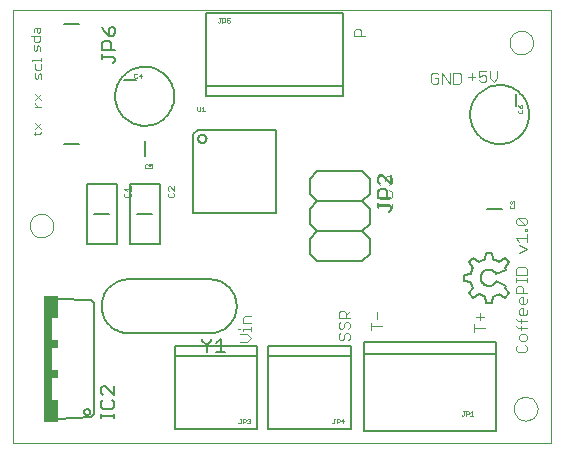
<source format=gto>
G75*
G70*
%OFA0B0*%
%FSLAX24Y24*%
%IPPOS*%
%LPD*%
%AMOC8*
5,1,8,0,0,1.08239X$1,22.5*
%
%ADD10C,0.0000*%
%ADD11C,0.0030*%
%ADD12C,0.0060*%
%ADD13C,0.0010*%
%ADD14C,0.0080*%
%ADD15C,0.0020*%
%ADD16C,0.0040*%
%ADD17C,0.0050*%
%ADD18R,0.0300X0.4200*%
%ADD19R,0.0200X0.0750*%
%ADD20R,0.0200X0.0300*%
D10*
X000235Y000146D02*
X000235Y014580D01*
X018168Y014580D01*
X018168Y000146D01*
X000235Y000146D01*
X000776Y007396D02*
X000778Y007435D01*
X000784Y007474D01*
X000794Y007512D01*
X000807Y007549D01*
X000824Y007584D01*
X000844Y007618D01*
X000868Y007649D01*
X000895Y007678D01*
X000924Y007704D01*
X000956Y007727D01*
X000990Y007747D01*
X001026Y007763D01*
X001063Y007775D01*
X001102Y007784D01*
X001141Y007789D01*
X001180Y007790D01*
X001219Y007787D01*
X001258Y007780D01*
X001295Y007769D01*
X001332Y007755D01*
X001367Y007737D01*
X001400Y007716D01*
X001431Y007691D01*
X001459Y007664D01*
X001484Y007634D01*
X001506Y007601D01*
X001525Y007567D01*
X001540Y007531D01*
X001552Y007493D01*
X001560Y007455D01*
X001564Y007416D01*
X001564Y007376D01*
X001560Y007337D01*
X001552Y007299D01*
X001540Y007261D01*
X001525Y007225D01*
X001506Y007191D01*
X001484Y007158D01*
X001459Y007128D01*
X001431Y007101D01*
X001400Y007076D01*
X001367Y007055D01*
X001332Y007037D01*
X001295Y007023D01*
X001258Y007012D01*
X001219Y007005D01*
X001180Y007002D01*
X001141Y007003D01*
X001102Y007008D01*
X001063Y007017D01*
X001026Y007029D01*
X000990Y007045D01*
X000956Y007065D01*
X000924Y007088D01*
X000895Y007114D01*
X000868Y007143D01*
X000844Y007174D01*
X000824Y007208D01*
X000807Y007243D01*
X000794Y007280D01*
X000784Y007318D01*
X000778Y007357D01*
X000776Y007396D01*
X016770Y013498D02*
X016772Y013537D01*
X016778Y013576D01*
X016788Y013614D01*
X016801Y013651D01*
X016818Y013686D01*
X016838Y013720D01*
X016862Y013751D01*
X016889Y013780D01*
X016918Y013806D01*
X016950Y013829D01*
X016984Y013849D01*
X017020Y013865D01*
X017057Y013877D01*
X017096Y013886D01*
X017135Y013891D01*
X017174Y013892D01*
X017213Y013889D01*
X017252Y013882D01*
X017289Y013871D01*
X017326Y013857D01*
X017361Y013839D01*
X017394Y013818D01*
X017425Y013793D01*
X017453Y013766D01*
X017478Y013736D01*
X017500Y013703D01*
X017519Y013669D01*
X017534Y013633D01*
X017546Y013595D01*
X017554Y013557D01*
X017558Y013518D01*
X017558Y013478D01*
X017554Y013439D01*
X017546Y013401D01*
X017534Y013363D01*
X017519Y013327D01*
X017500Y013293D01*
X017478Y013260D01*
X017453Y013230D01*
X017425Y013203D01*
X017394Y013178D01*
X017361Y013157D01*
X017326Y013139D01*
X017289Y013125D01*
X017252Y013114D01*
X017213Y013107D01*
X017174Y013104D01*
X017135Y013105D01*
X017096Y013110D01*
X017057Y013119D01*
X017020Y013131D01*
X016984Y013147D01*
X016950Y013167D01*
X016918Y013190D01*
X016889Y013216D01*
X016862Y013245D01*
X016838Y013276D01*
X016818Y013310D01*
X016801Y013345D01*
X016788Y013382D01*
X016778Y013420D01*
X016772Y013459D01*
X016770Y013498D01*
X016917Y001294D02*
X016919Y001333D01*
X016925Y001372D01*
X016935Y001410D01*
X016948Y001447D01*
X016965Y001482D01*
X016985Y001516D01*
X017009Y001547D01*
X017036Y001576D01*
X017065Y001602D01*
X017097Y001625D01*
X017131Y001645D01*
X017167Y001661D01*
X017204Y001673D01*
X017243Y001682D01*
X017282Y001687D01*
X017321Y001688D01*
X017360Y001685D01*
X017399Y001678D01*
X017436Y001667D01*
X017473Y001653D01*
X017508Y001635D01*
X017541Y001614D01*
X017572Y001589D01*
X017600Y001562D01*
X017625Y001532D01*
X017647Y001499D01*
X017666Y001465D01*
X017681Y001429D01*
X017693Y001391D01*
X017701Y001353D01*
X017705Y001314D01*
X017705Y001274D01*
X017701Y001235D01*
X017693Y001197D01*
X017681Y001159D01*
X017666Y001123D01*
X017647Y001089D01*
X017625Y001056D01*
X017600Y001026D01*
X017572Y000999D01*
X017541Y000974D01*
X017508Y000953D01*
X017473Y000935D01*
X017436Y000921D01*
X017399Y000910D01*
X017360Y000903D01*
X017321Y000900D01*
X017282Y000901D01*
X017243Y000906D01*
X017204Y000915D01*
X017167Y000927D01*
X017131Y000943D01*
X017097Y000963D01*
X017065Y000986D01*
X017036Y001012D01*
X017009Y001041D01*
X016985Y001072D01*
X016965Y001106D01*
X016948Y001141D01*
X016935Y001178D01*
X016925Y001216D01*
X016919Y001255D01*
X016917Y001294D01*
D11*
X017037Y003179D02*
X017284Y003179D01*
X017345Y003240D01*
X017345Y003364D01*
X017284Y003426D01*
X017284Y003547D02*
X017160Y003547D01*
X017099Y003609D01*
X017099Y003732D01*
X017160Y003794D01*
X017284Y003794D01*
X017345Y003732D01*
X017345Y003609D01*
X017284Y003547D01*
X017037Y003426D02*
X016975Y003364D01*
X016975Y003240D01*
X017037Y003179D01*
X017160Y003915D02*
X017160Y004039D01*
X017160Y004161D02*
X017160Y004284D01*
X017160Y004406D02*
X017099Y004468D01*
X017099Y004592D01*
X017160Y004653D01*
X017222Y004653D01*
X017222Y004406D01*
X017284Y004406D02*
X017160Y004406D01*
X017284Y004406D02*
X017345Y004468D01*
X017345Y004592D01*
X017284Y004775D02*
X017160Y004775D01*
X017099Y004836D01*
X017099Y004960D01*
X017160Y005022D01*
X017222Y005022D01*
X017222Y004775D01*
X017284Y004775D02*
X017345Y004836D01*
X017345Y004960D01*
X017345Y005143D02*
X016975Y005143D01*
X016975Y005328D01*
X017037Y005390D01*
X017160Y005390D01*
X017222Y005328D01*
X017222Y005143D01*
X017345Y005511D02*
X017345Y005635D01*
X017345Y005573D02*
X016975Y005573D01*
X016975Y005511D02*
X016975Y005635D01*
X016975Y005757D02*
X016975Y005942D01*
X017037Y006004D01*
X017284Y006004D01*
X017345Y005942D01*
X017345Y005757D01*
X016975Y005757D01*
X017099Y006493D02*
X017345Y006617D01*
X017099Y006740D01*
X017099Y006862D02*
X016975Y006985D01*
X017345Y006985D01*
X017345Y006862D02*
X017345Y007109D01*
X017345Y007230D02*
X017345Y007292D01*
X017284Y007292D01*
X017284Y007230D01*
X017345Y007230D01*
X017284Y007414D02*
X017037Y007414D01*
X016975Y007476D01*
X016975Y007599D01*
X017037Y007661D01*
X017284Y007414D01*
X017345Y007476D01*
X017345Y007599D01*
X017284Y007661D01*
X017037Y007661D01*
X015782Y004483D02*
X015782Y004236D01*
X015659Y004359D02*
X015906Y004359D01*
X015968Y003991D02*
X015597Y003991D01*
X015597Y003868D02*
X015597Y004114D01*
X016975Y004039D02*
X017037Y003977D01*
X017345Y003977D01*
X017345Y004223D02*
X017037Y004223D01*
X016975Y004284D01*
X012523Y004040D02*
X012152Y004040D01*
X012152Y003917D02*
X012152Y004164D01*
X012337Y004285D02*
X012337Y004532D01*
X011440Y004556D02*
X011317Y004432D01*
X011317Y004494D02*
X011317Y004309D01*
X011317Y004188D02*
X011378Y004188D01*
X011440Y004126D01*
X011440Y004002D01*
X011378Y003941D01*
X011378Y003819D02*
X011317Y003819D01*
X011255Y003757D01*
X011255Y003634D01*
X011193Y003572D01*
X011131Y003572D01*
X011070Y003634D01*
X011070Y003757D01*
X011131Y003819D01*
X011131Y003941D02*
X011193Y003941D01*
X011255Y004002D01*
X011255Y004126D01*
X011317Y004188D01*
X011440Y004309D02*
X011070Y004309D01*
X011070Y004494D01*
X011131Y004556D01*
X011255Y004556D01*
X011317Y004494D01*
X011131Y004188D02*
X011070Y004126D01*
X011070Y004002D01*
X011131Y003941D01*
X011378Y003819D02*
X011440Y003757D01*
X011440Y003634D01*
X011378Y003572D01*
X008143Y003647D02*
X008019Y003770D01*
X007772Y003770D01*
X007896Y003891D02*
X007896Y003953D01*
X008143Y003953D01*
X008143Y003891D02*
X008143Y004015D01*
X008143Y004137D02*
X007896Y004137D01*
X007896Y004322D01*
X007958Y004384D01*
X008143Y004384D01*
X007772Y003953D02*
X007711Y003953D01*
X008019Y003523D02*
X008143Y003647D01*
X008019Y003523D02*
X007772Y003523D01*
X001106Y010461D02*
X000913Y010461D01*
X000961Y010413D02*
X000961Y010510D01*
X000961Y010609D02*
X001155Y010803D01*
X001155Y010609D02*
X000961Y010803D01*
X001155Y010510D02*
X001106Y010461D01*
X001058Y011348D02*
X000961Y011445D01*
X000961Y011493D01*
X000961Y011593D02*
X001155Y011787D01*
X001155Y011593D02*
X000961Y011787D01*
X000961Y011348D02*
X001155Y011348D01*
X001155Y012283D02*
X001155Y012428D01*
X001106Y012476D01*
X001058Y012428D01*
X001058Y012331D01*
X001009Y012283D01*
X000961Y012331D01*
X000961Y012476D01*
X001009Y012578D02*
X001106Y012578D01*
X001155Y012626D01*
X001155Y012771D01*
X001155Y012872D02*
X001155Y012969D01*
X001155Y012921D02*
X000864Y012921D01*
X000864Y012872D01*
X000961Y012771D02*
X000961Y012626D01*
X001009Y012578D01*
X000960Y013218D02*
X000912Y013266D01*
X000912Y013412D01*
X001009Y013363D02*
X001009Y013266D01*
X000960Y013218D01*
X001105Y013218D02*
X001105Y013363D01*
X001057Y013412D01*
X001009Y013363D01*
X001057Y013513D02*
X000960Y013513D01*
X000912Y013561D01*
X000912Y013706D01*
X000815Y013706D02*
X001105Y013706D01*
X001105Y013561D01*
X001057Y013513D01*
X001057Y013807D02*
X001009Y013856D01*
X001009Y014001D01*
X000960Y014001D02*
X001105Y014001D01*
X001105Y013856D01*
X001057Y013807D01*
X000912Y013856D02*
X000912Y013952D01*
X000960Y014001D01*
X011587Y013895D02*
X011587Y013710D01*
X011957Y013710D01*
X011834Y013710D02*
X011834Y013895D01*
X011772Y013957D01*
X011649Y013957D01*
X011587Y013895D01*
X014154Y012438D02*
X014154Y012191D01*
X014216Y012129D01*
X014340Y012129D01*
X014401Y012191D01*
X014401Y012314D01*
X014278Y012314D01*
X014401Y012438D02*
X014340Y012499D01*
X014216Y012499D01*
X014154Y012438D01*
X014523Y012499D02*
X014523Y012129D01*
X014770Y012129D02*
X014770Y012499D01*
X014891Y012499D02*
X015076Y012499D01*
X015138Y012438D01*
X015138Y012191D01*
X015076Y012129D01*
X014891Y012129D01*
X014891Y012499D01*
X014523Y012499D02*
X014770Y012129D01*
X015385Y012363D02*
X015632Y012363D01*
X015753Y012363D02*
X015876Y012425D01*
X015938Y012425D01*
X016000Y012363D01*
X016000Y012240D01*
X015938Y012178D01*
X015815Y012178D01*
X015753Y012240D01*
X015753Y012363D02*
X015753Y012549D01*
X016000Y012549D01*
X016121Y012549D02*
X016121Y012302D01*
X016245Y012178D01*
X016368Y012302D01*
X016368Y012549D01*
X015508Y012487D02*
X015508Y012240D01*
D12*
X012110Y008959D02*
X011860Y009209D01*
X010360Y009209D01*
X010110Y008959D01*
X010110Y008459D01*
X010360Y008209D01*
X011860Y008209D01*
X012110Y007959D01*
X012110Y007459D01*
X011860Y007209D01*
X012110Y006959D01*
X012110Y006459D01*
X011860Y006209D01*
X010360Y006209D01*
X010110Y006459D01*
X010110Y006959D01*
X010360Y007209D01*
X011860Y007209D01*
X011860Y008209D02*
X012110Y008459D01*
X012110Y008959D01*
X010360Y008209D02*
X010110Y007959D01*
X010110Y007459D01*
X010360Y007209D01*
X008990Y007829D02*
X006231Y007829D01*
X006231Y010449D01*
X006370Y010589D01*
X008990Y010589D01*
X008990Y007829D01*
X006389Y010289D02*
X006391Y010312D01*
X006397Y010335D01*
X006406Y010356D01*
X006419Y010376D01*
X006435Y010393D01*
X006453Y010407D01*
X006473Y010418D01*
X006495Y010426D01*
X006518Y010430D01*
X006542Y010430D01*
X006565Y010426D01*
X006587Y010418D01*
X006607Y010407D01*
X006625Y010393D01*
X006641Y010376D01*
X006654Y010356D01*
X006663Y010335D01*
X006669Y010312D01*
X006671Y010289D01*
X006669Y010266D01*
X006663Y010243D01*
X006654Y010222D01*
X006641Y010202D01*
X006625Y010185D01*
X006607Y010171D01*
X006587Y010160D01*
X006565Y010152D01*
X006542Y010148D01*
X006518Y010148D01*
X006495Y010152D01*
X006473Y010160D01*
X006453Y010171D01*
X006435Y010185D01*
X006419Y010202D01*
X006406Y010222D01*
X006397Y010243D01*
X006391Y010266D01*
X006389Y010289D01*
X015245Y005751D02*
X015245Y005561D01*
X015485Y005511D01*
X015555Y005331D02*
X015425Y005141D01*
X015565Y005001D01*
X015755Y005131D01*
X015945Y005051D02*
X015985Y004821D01*
X016185Y004821D01*
X016225Y005041D01*
X016425Y005121D02*
X016605Y005001D01*
X016745Y005141D01*
X016625Y005321D01*
X016665Y005391D01*
X016325Y005541D01*
X016325Y005781D02*
X016665Y005921D01*
X016625Y006001D01*
X016745Y006181D01*
X016605Y006321D01*
X016425Y006191D01*
X016225Y006271D02*
X016185Y006491D01*
X015985Y006491D01*
X015945Y006271D01*
X015755Y006181D02*
X015565Y006321D01*
X015425Y006181D01*
X015555Y005981D01*
X015485Y005801D02*
X015245Y005751D01*
X016325Y005781D02*
X016309Y005809D01*
X016290Y005836D01*
X016268Y005859D01*
X016243Y005880D01*
X016215Y005898D01*
X016186Y005913D01*
X016155Y005923D01*
X016124Y005931D01*
X016091Y005934D01*
X016059Y005933D01*
X016026Y005929D01*
X015995Y005920D01*
X015965Y005908D01*
X015936Y005893D01*
X015909Y005874D01*
X015885Y005852D01*
X015864Y005828D01*
X015845Y005801D01*
X015830Y005772D01*
X015819Y005741D01*
X015811Y005710D01*
X015807Y005677D01*
X015807Y005645D01*
X015811Y005612D01*
X015819Y005581D01*
X015830Y005550D01*
X015845Y005521D01*
X015864Y005494D01*
X015885Y005470D01*
X015909Y005448D01*
X015936Y005429D01*
X015965Y005414D01*
X015995Y005402D01*
X016026Y005393D01*
X016059Y005389D01*
X016091Y005388D01*
X016124Y005391D01*
X016155Y005399D01*
X016186Y005409D01*
X016215Y005424D01*
X016243Y005442D01*
X016268Y005463D01*
X016290Y005486D01*
X016309Y005513D01*
X016325Y005541D01*
X015559Y005333D02*
X015536Y005375D01*
X015517Y005418D01*
X015500Y005463D01*
X015488Y005509D01*
X016241Y005043D02*
X016288Y005058D01*
X016334Y005076D01*
X016378Y005098D01*
X016420Y005123D01*
X015943Y005049D02*
X015903Y005060D01*
X015864Y005074D01*
X015827Y005090D01*
X015790Y005109D01*
X015755Y005130D01*
X016224Y006270D02*
X016266Y006260D01*
X016307Y006247D01*
X016347Y006231D01*
X016386Y006212D01*
X016423Y006190D01*
X015944Y006273D02*
X015904Y006261D01*
X015865Y006246D01*
X015827Y006228D01*
X015791Y006208D01*
X015756Y006186D01*
X015555Y005980D02*
X015532Y005937D01*
X015512Y005893D01*
X015496Y005847D01*
X015484Y005801D01*
D13*
X016811Y007969D02*
X016911Y007969D01*
X016936Y007994D01*
X016936Y008044D01*
X016911Y008069D01*
X016911Y008117D02*
X016936Y008142D01*
X016936Y008192D01*
X016911Y008217D01*
X016886Y008217D01*
X016861Y008192D01*
X016861Y008167D01*
X016861Y008192D02*
X016836Y008217D01*
X016811Y008217D01*
X016786Y008192D01*
X016786Y008142D01*
X016811Y008117D01*
X016811Y008069D02*
X016786Y008044D01*
X016786Y007994D01*
X016811Y007969D01*
X017073Y011159D02*
X017048Y011184D01*
X017048Y011234D01*
X017073Y011259D01*
X017123Y011306D02*
X017123Y011381D01*
X017148Y011406D01*
X017173Y011406D01*
X017198Y011381D01*
X017198Y011331D01*
X017173Y011306D01*
X017123Y011306D01*
X017073Y011356D01*
X017048Y011406D01*
X017173Y011259D02*
X017198Y011234D01*
X017198Y011184D01*
X017173Y011159D01*
X017073Y011159D01*
X007448Y014176D02*
X007423Y014151D01*
X007373Y014151D01*
X007348Y014176D01*
X007348Y014226D02*
X007398Y014251D01*
X007423Y014251D01*
X007448Y014226D01*
X007448Y014176D01*
X007348Y014226D02*
X007348Y014302D01*
X007448Y014302D01*
X007300Y014277D02*
X007300Y014226D01*
X007275Y014201D01*
X007200Y014201D01*
X007200Y014151D02*
X007200Y014302D01*
X007275Y014302D01*
X007300Y014277D01*
X007153Y014302D02*
X007103Y014302D01*
X007128Y014302D02*
X007128Y014176D01*
X007103Y014151D01*
X007078Y014151D01*
X007053Y014176D01*
X004488Y012464D02*
X004413Y012389D01*
X004513Y012389D01*
X004488Y012314D02*
X004488Y012464D01*
X004366Y012439D02*
X004341Y012464D01*
X004291Y012464D01*
X004265Y012439D01*
X004265Y012339D01*
X004291Y012314D01*
X004341Y012314D01*
X004366Y012339D01*
X006365Y011364D02*
X006365Y011239D01*
X006391Y011214D01*
X006441Y011214D01*
X006466Y011239D01*
X006466Y011364D01*
X006513Y011314D02*
X006563Y011364D01*
X006563Y011214D01*
X006513Y011214D02*
X006613Y011214D01*
X004868Y009454D02*
X004768Y009454D01*
X004768Y009379D01*
X004818Y009404D01*
X004843Y009404D01*
X004868Y009379D01*
X004868Y009329D01*
X004843Y009304D01*
X004793Y009304D01*
X004768Y009329D01*
X004721Y009329D02*
X004696Y009304D01*
X004646Y009304D01*
X004621Y009329D01*
X004621Y009429D01*
X004646Y009454D01*
X004696Y009454D01*
X004721Y009429D01*
X007786Y000954D02*
X007836Y000954D01*
X007811Y000954D02*
X007811Y000829D01*
X007786Y000804D01*
X007761Y000804D01*
X007736Y000829D01*
X007883Y000854D02*
X007958Y000854D01*
X007983Y000879D01*
X007983Y000929D01*
X007958Y000954D01*
X007883Y000954D01*
X007883Y000804D01*
X008031Y000829D02*
X008056Y000804D01*
X008106Y000804D01*
X008131Y000829D01*
X008131Y000854D01*
X008106Y000879D01*
X008081Y000879D01*
X008106Y000879D02*
X008131Y000904D01*
X008131Y000929D01*
X008106Y000954D01*
X008056Y000954D01*
X008031Y000929D01*
X010861Y000829D02*
X010886Y000804D01*
X010911Y000804D01*
X010936Y000829D01*
X010936Y000954D01*
X010911Y000954D02*
X010961Y000954D01*
X011008Y000954D02*
X011008Y000804D01*
X011008Y000854D02*
X011083Y000854D01*
X011108Y000879D01*
X011108Y000929D01*
X011083Y000954D01*
X011008Y000954D01*
X011156Y000879D02*
X011256Y000879D01*
X011231Y000804D02*
X011231Y000954D01*
X011156Y000879D01*
X015174Y001079D02*
X015199Y001054D01*
X015224Y001054D01*
X015249Y001079D01*
X015249Y001204D01*
X015224Y001204D02*
X015274Y001204D01*
X015321Y001204D02*
X015396Y001204D01*
X015421Y001179D01*
X015421Y001129D01*
X015396Y001104D01*
X015321Y001104D01*
X015321Y001054D02*
X015321Y001204D01*
X015468Y001154D02*
X015518Y001204D01*
X015518Y001054D01*
X015468Y001054D02*
X015568Y001054D01*
D14*
X016331Y000555D02*
X016331Y003114D01*
X011922Y003114D01*
X011922Y003508D01*
X016331Y003508D01*
X016331Y003114D01*
X016331Y000555D02*
X011922Y000555D01*
X011922Y003114D01*
X011487Y003061D02*
X008731Y003061D01*
X008731Y003376D01*
X011487Y003376D01*
X011487Y003061D01*
X011487Y000620D01*
X008731Y000620D01*
X008731Y003061D01*
X008362Y003061D02*
X008362Y003376D01*
X005606Y003376D01*
X005606Y003061D01*
X008362Y003061D01*
X008362Y000620D01*
X005606Y000620D01*
X005606Y003061D01*
X006773Y003809D02*
X004073Y003809D01*
X004014Y003811D01*
X003956Y003817D01*
X003897Y003826D01*
X003840Y003840D01*
X003784Y003857D01*
X003729Y003878D01*
X003675Y003902D01*
X003623Y003930D01*
X003573Y003961D01*
X003525Y003995D01*
X003480Y004032D01*
X003437Y004073D01*
X003396Y004116D01*
X003359Y004161D01*
X003325Y004209D01*
X003294Y004259D01*
X003266Y004311D01*
X003242Y004365D01*
X003221Y004420D01*
X003204Y004476D01*
X003190Y004533D01*
X003181Y004592D01*
X003175Y004650D01*
X003173Y004709D01*
X003175Y004768D01*
X003181Y004826D01*
X003190Y004885D01*
X003204Y004942D01*
X003221Y004998D01*
X003242Y005053D01*
X003266Y005107D01*
X003294Y005159D01*
X003325Y005209D01*
X003359Y005257D01*
X003396Y005302D01*
X003437Y005345D01*
X003480Y005386D01*
X003525Y005423D01*
X003573Y005457D01*
X003623Y005488D01*
X003675Y005516D01*
X003729Y005540D01*
X003784Y005561D01*
X003840Y005578D01*
X003897Y005592D01*
X003956Y005601D01*
X004014Y005607D01*
X004073Y005609D01*
X006773Y005609D01*
X006832Y005607D01*
X006890Y005601D01*
X006949Y005592D01*
X007006Y005578D01*
X007062Y005561D01*
X007117Y005540D01*
X007171Y005516D01*
X007223Y005488D01*
X007273Y005457D01*
X007321Y005423D01*
X007366Y005386D01*
X007409Y005345D01*
X007450Y005302D01*
X007487Y005257D01*
X007521Y005209D01*
X007552Y005159D01*
X007580Y005107D01*
X007604Y005053D01*
X007625Y004998D01*
X007642Y004942D01*
X007656Y004885D01*
X007665Y004826D01*
X007671Y004768D01*
X007673Y004709D01*
X007671Y004650D01*
X007665Y004592D01*
X007656Y004533D01*
X007642Y004476D01*
X007625Y004420D01*
X007604Y004365D01*
X007580Y004311D01*
X007552Y004259D01*
X007521Y004209D01*
X007487Y004161D01*
X007450Y004116D01*
X007409Y004073D01*
X007366Y004032D01*
X007321Y003995D01*
X007273Y003961D01*
X007223Y003930D01*
X007171Y003902D01*
X007117Y003878D01*
X007062Y003857D01*
X007006Y003840D01*
X006949Y003826D01*
X006890Y003817D01*
X006832Y003811D01*
X006773Y003809D01*
X005110Y006771D02*
X004110Y006771D01*
X004110Y008771D01*
X005110Y008771D01*
X005110Y006771D01*
X004860Y007771D02*
X004360Y007771D01*
X003423Y007771D02*
X002923Y007771D01*
X002673Y006771D02*
X002673Y008771D01*
X003673Y008771D01*
X003673Y006771D01*
X002673Y006771D01*
X004610Y009709D02*
X004610Y010209D01*
X003626Y011709D02*
X003628Y011771D01*
X003634Y011834D01*
X003644Y011895D01*
X003658Y011956D01*
X003675Y012016D01*
X003696Y012075D01*
X003722Y012132D01*
X003750Y012187D01*
X003782Y012241D01*
X003818Y012292D01*
X003856Y012342D01*
X003898Y012388D01*
X003942Y012432D01*
X003990Y012473D01*
X004039Y012511D01*
X004091Y012545D01*
X004145Y012576D01*
X004201Y012604D01*
X004259Y012628D01*
X004318Y012649D01*
X004378Y012665D01*
X004439Y012678D01*
X004501Y012687D01*
X004563Y012692D01*
X004626Y012693D01*
X004688Y012690D01*
X004750Y012683D01*
X004812Y012672D01*
X004872Y012657D01*
X004932Y012639D01*
X004990Y012617D01*
X005047Y012591D01*
X005102Y012561D01*
X005155Y012528D01*
X005206Y012492D01*
X005254Y012453D01*
X005300Y012410D01*
X005343Y012365D01*
X005383Y012317D01*
X005420Y012267D01*
X005454Y012214D01*
X005485Y012160D01*
X005511Y012104D01*
X005535Y012046D01*
X005554Y011986D01*
X005570Y011926D01*
X005582Y011864D01*
X005590Y011803D01*
X005594Y011740D01*
X005594Y011678D01*
X005590Y011615D01*
X005582Y011554D01*
X005570Y011492D01*
X005554Y011432D01*
X005535Y011372D01*
X005511Y011314D01*
X005485Y011258D01*
X005454Y011204D01*
X005420Y011151D01*
X005383Y011101D01*
X005343Y011053D01*
X005300Y011008D01*
X005254Y010965D01*
X005206Y010926D01*
X005155Y010890D01*
X005102Y010857D01*
X005047Y010827D01*
X004990Y010801D01*
X004932Y010779D01*
X004872Y010761D01*
X004812Y010746D01*
X004750Y010735D01*
X004688Y010728D01*
X004626Y010725D01*
X004563Y010726D01*
X004501Y010731D01*
X004439Y010740D01*
X004378Y010753D01*
X004318Y010769D01*
X004259Y010790D01*
X004201Y010814D01*
X004145Y010842D01*
X004091Y010873D01*
X004039Y010907D01*
X003990Y010945D01*
X003942Y010986D01*
X003898Y011030D01*
X003856Y011076D01*
X003818Y011126D01*
X003782Y011177D01*
X003750Y011231D01*
X003722Y011286D01*
X003696Y011343D01*
X003675Y011402D01*
X003658Y011462D01*
X003644Y011523D01*
X003634Y011584D01*
X003628Y011647D01*
X003626Y011709D01*
X003910Y012259D02*
X004310Y012259D01*
X002436Y014133D02*
X001936Y014133D01*
X006642Y014485D02*
X006642Y012044D01*
X011209Y012044D01*
X011209Y011729D01*
X006642Y011729D01*
X006642Y012044D01*
X006642Y014485D02*
X011209Y014485D01*
X011209Y012044D01*
X015459Y011098D02*
X015461Y011160D01*
X015467Y011223D01*
X015477Y011284D01*
X015491Y011345D01*
X015508Y011405D01*
X015529Y011464D01*
X015555Y011521D01*
X015583Y011576D01*
X015615Y011630D01*
X015651Y011681D01*
X015689Y011731D01*
X015731Y011777D01*
X015775Y011821D01*
X015823Y011862D01*
X015872Y011900D01*
X015924Y011934D01*
X015978Y011965D01*
X016034Y011993D01*
X016092Y012017D01*
X016151Y012038D01*
X016211Y012054D01*
X016272Y012067D01*
X016334Y012076D01*
X016396Y012081D01*
X016459Y012082D01*
X016521Y012079D01*
X016583Y012072D01*
X016645Y012061D01*
X016705Y012046D01*
X016765Y012028D01*
X016823Y012006D01*
X016880Y011980D01*
X016935Y011950D01*
X016988Y011917D01*
X017039Y011881D01*
X017087Y011842D01*
X017133Y011799D01*
X017176Y011754D01*
X017216Y011706D01*
X017253Y011656D01*
X017287Y011603D01*
X017318Y011549D01*
X017344Y011493D01*
X017368Y011435D01*
X017387Y011375D01*
X017403Y011315D01*
X017415Y011253D01*
X017423Y011192D01*
X017427Y011129D01*
X017427Y011067D01*
X017423Y011004D01*
X017415Y010943D01*
X017403Y010881D01*
X017387Y010821D01*
X017368Y010761D01*
X017344Y010703D01*
X017318Y010647D01*
X017287Y010593D01*
X017253Y010540D01*
X017216Y010490D01*
X017176Y010442D01*
X017133Y010397D01*
X017087Y010354D01*
X017039Y010315D01*
X016988Y010279D01*
X016935Y010246D01*
X016880Y010216D01*
X016823Y010190D01*
X016765Y010168D01*
X016705Y010150D01*
X016645Y010135D01*
X016583Y010124D01*
X016521Y010117D01*
X016459Y010114D01*
X016396Y010115D01*
X016334Y010120D01*
X016272Y010129D01*
X016211Y010142D01*
X016151Y010158D01*
X016092Y010179D01*
X016034Y010203D01*
X015978Y010231D01*
X015924Y010262D01*
X015872Y010296D01*
X015823Y010334D01*
X015775Y010375D01*
X015731Y010419D01*
X015689Y010465D01*
X015651Y010515D01*
X015615Y010566D01*
X015583Y010620D01*
X015555Y010675D01*
X015529Y010732D01*
X015508Y010791D01*
X015491Y010851D01*
X015477Y010912D01*
X015467Y010973D01*
X015461Y011036D01*
X015459Y011098D01*
X016993Y011398D02*
X016993Y011798D01*
X016531Y007959D02*
X016031Y007959D01*
X002436Y010133D02*
X001936Y010133D01*
D15*
X003933Y008634D02*
X004006Y008560D01*
X003969Y008486D02*
X003933Y008450D01*
X003933Y008376D01*
X003969Y008339D01*
X004116Y008339D01*
X004153Y008376D01*
X004153Y008450D01*
X004116Y008486D01*
X004153Y008560D02*
X004153Y008707D01*
X004153Y008634D02*
X003933Y008634D01*
X005370Y008671D02*
X005370Y008597D01*
X005407Y008560D01*
X005407Y008486D02*
X005370Y008450D01*
X005370Y008376D01*
X005407Y008339D01*
X005554Y008339D01*
X005590Y008376D01*
X005590Y008450D01*
X005554Y008486D01*
X005590Y008560D02*
X005444Y008707D01*
X005407Y008707D01*
X005370Y008671D01*
X005590Y008707D02*
X005590Y008560D01*
D16*
X012380Y008516D02*
X012380Y008363D01*
X012457Y008286D01*
X012764Y008286D01*
X012840Y008363D01*
X012840Y008516D01*
X012764Y008593D01*
X012764Y008746D02*
X012840Y008823D01*
X012840Y008976D01*
X012764Y009053D01*
X012687Y009053D01*
X012610Y008976D01*
X012610Y008900D01*
X012610Y008976D02*
X012534Y009053D01*
X012457Y009053D01*
X012380Y008976D01*
X012380Y008823D01*
X012457Y008746D01*
X012457Y008593D02*
X012380Y008516D01*
X012380Y008132D02*
X012380Y007979D01*
X012380Y008056D02*
X012840Y008056D01*
X012840Y008132D02*
X012840Y007979D01*
D17*
X012835Y008003D02*
X012835Y007928D01*
X012760Y007853D01*
X012835Y008003D02*
X012760Y008078D01*
X012385Y008078D01*
X012385Y008003D02*
X012385Y008153D01*
X012385Y008313D02*
X012385Y008538D01*
X012460Y008613D01*
X012610Y008613D01*
X012685Y008538D01*
X012685Y008313D01*
X012835Y008313D02*
X012385Y008313D01*
X012460Y008774D02*
X012385Y008849D01*
X012385Y008999D01*
X012460Y009074D01*
X012535Y009074D01*
X012835Y008774D01*
X012835Y009074D01*
X007138Y003634D02*
X007138Y003184D01*
X006988Y003184D02*
X007288Y003184D01*
X006988Y003484D02*
X007138Y003634D01*
X006827Y003634D02*
X006827Y003559D01*
X006677Y003409D01*
X006677Y003184D01*
X006677Y003409D02*
X006527Y003559D01*
X006527Y003634D01*
X003590Y002051D02*
X003590Y001751D01*
X003290Y002051D01*
X003215Y002051D01*
X003140Y001976D01*
X003140Y001826D01*
X003215Y001751D01*
X003215Y001591D02*
X003140Y001516D01*
X003140Y001366D01*
X003215Y001291D01*
X003515Y001291D01*
X003590Y001366D01*
X003590Y001516D01*
X003515Y001591D01*
X003590Y001134D02*
X003590Y000984D01*
X003590Y001059D02*
X003140Y001059D01*
X003140Y000984D02*
X003140Y001134D01*
X002935Y001109D02*
X002835Y001009D01*
X001685Y000959D01*
X002595Y001189D02*
X002597Y001209D01*
X002603Y001227D01*
X002612Y001245D01*
X002624Y001260D01*
X002639Y001272D01*
X002657Y001281D01*
X002675Y001287D01*
X002695Y001289D01*
X002715Y001287D01*
X002733Y001281D01*
X002751Y001272D01*
X002766Y001260D01*
X002778Y001245D01*
X002787Y001227D01*
X002793Y001209D01*
X002795Y001189D01*
X002793Y001169D01*
X002787Y001151D01*
X002778Y001133D01*
X002766Y001118D01*
X002751Y001106D01*
X002733Y001097D01*
X002715Y001091D01*
X002695Y001089D01*
X002675Y001091D01*
X002657Y001097D01*
X002639Y001106D01*
X002624Y001118D01*
X002612Y001133D01*
X002603Y001151D01*
X002597Y001169D01*
X002595Y001189D01*
X002935Y001109D02*
X002935Y004809D01*
X002835Y004909D01*
X001685Y004959D01*
X003556Y012807D02*
X003631Y012882D01*
X003631Y012957D01*
X003556Y013032D01*
X003181Y013032D01*
X003181Y012957D02*
X003181Y013107D01*
X003181Y013267D02*
X003181Y013493D01*
X003256Y013568D01*
X003406Y013568D01*
X003481Y013493D01*
X003481Y013267D01*
X003631Y013267D02*
X003181Y013267D01*
X003406Y013728D02*
X003406Y013953D01*
X003481Y014028D01*
X003556Y014028D01*
X003631Y013953D01*
X003631Y013803D01*
X003556Y013728D01*
X003406Y013728D01*
X003256Y013878D01*
X003181Y014028D01*
D18*
X001385Y002959D03*
D19*
X001635Y004684D03*
X001635Y001234D03*
D20*
X001635Y002459D03*
X001635Y003459D03*
M02*

</source>
